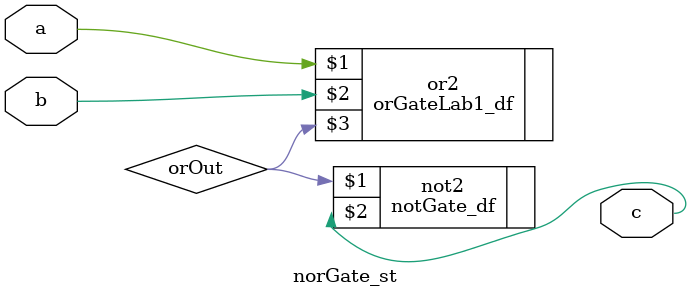
<source format=v>
`include "orGateLab1_df.v"
`include "notGate_df.v"
module norGate_st(input a,b, output c);
    wire orOut;

    orGateLab1_df or2(a,b,orOut);
    notGate_df not2(orOut,c);
endmodule
</source>
